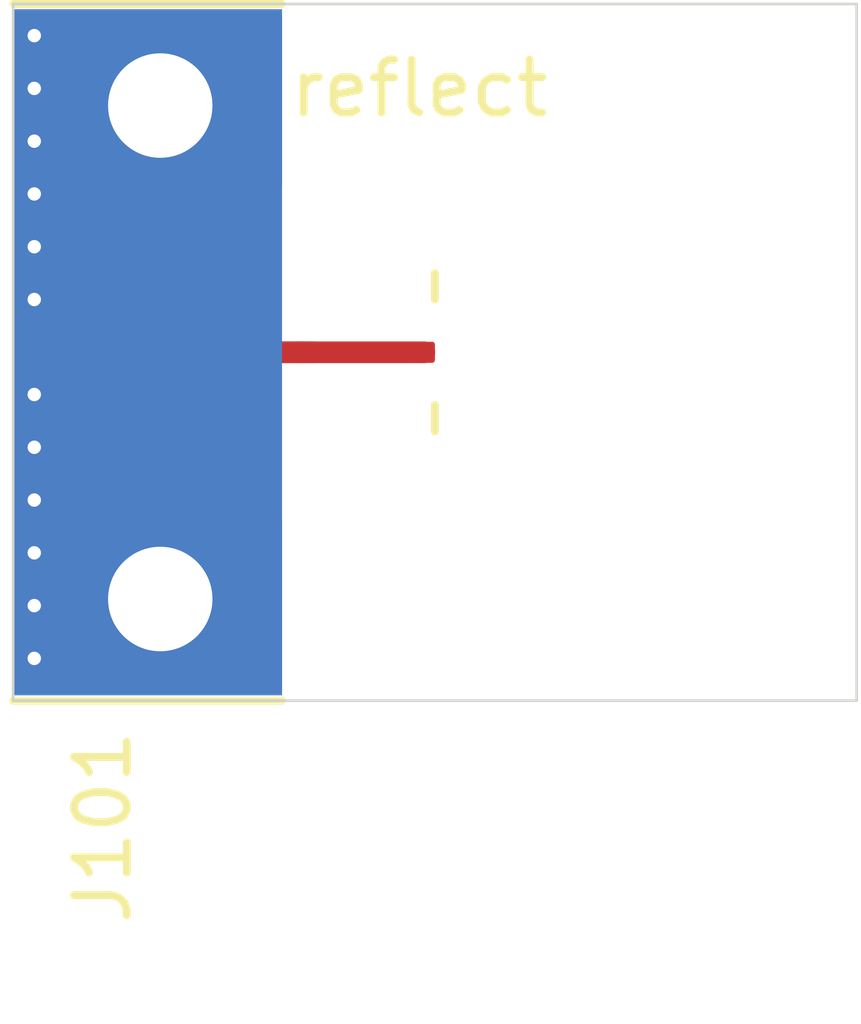
<source format=kicad_pcb>
(kicad_pcb (version 20171130) (host pcbnew "(5.1.4-74-gcf968cb6b)")

  (general
    (thickness 1.6)
    (drawings 5)
    (tracks 4)
    (zones 0)
    (modules 1)
    (nets 3)
  )

  (page A4)
  (layers
    (0 F.Cu signal)
    (1 In1.Cu signal)
    (2 In2.Cu signal)
    (31 B.Cu signal)
    (32 B.Adhes user)
    (33 F.Adhes user)
    (34 B.Paste user)
    (35 F.Paste user)
    (36 B.SilkS user)
    (37 F.SilkS user)
    (38 B.Mask user)
    (39 F.Mask user)
    (40 Dwgs.User user)
    (41 Cmts.User user)
    (42 Eco1.User user)
    (43 Eco2.User user)
    (44 Edge.Cuts user)
    (45 Margin user)
    (46 B.CrtYd user)
    (47 F.CrtYd user)
    (48 B.Fab user)
    (49 F.Fab user)
  )

  (setup
    (last_trace_width 0.41)
    (user_trace_width 0.41)
    (trace_clearance 0.2)
    (zone_clearance 0.1)
    (zone_45_only no)
    (trace_min 0.2)
    (via_size 0.8)
    (via_drill 0.4)
    (via_min_size 0.4)
    (via_min_drill 0.3)
    (uvia_size 0.3)
    (uvia_drill 0.1)
    (uvias_allowed no)
    (uvia_min_size 0.2)
    (uvia_min_drill 0.1)
    (edge_width 0.05)
    (segment_width 0.2)
    (pcb_text_width 0.3)
    (pcb_text_size 1.5 1.5)
    (mod_edge_width 0.12)
    (mod_text_size 1 1)
    (mod_text_width 0.15)
    (pad_size 1.524 1.524)
    (pad_drill 0.762)
    (pad_to_mask_clearance 0.02)
    (solder_mask_min_width 0.15)
    (aux_axis_origin 0 0)
    (visible_elements FFFFFF7F)
    (pcbplotparams
      (layerselection 0x010fc_ffffffff)
      (usegerberextensions false)
      (usegerberattributes false)
      (usegerberadvancedattributes false)
      (creategerberjobfile false)
      (excludeedgelayer true)
      (linewidth 0.100000)
      (plotframeref false)
      (viasonmask false)
      (mode 1)
      (useauxorigin false)
      (hpglpennumber 1)
      (hpglpenspeed 20)
      (hpglpendiameter 15.000000)
      (psnegative false)
      (psa4output false)
      (plotreference true)
      (plotvalue true)
      (plotinvisibletext false)
      (padsonsilk false)
      (subtractmaskfromsilk false)
      (outputformat 1)
      (mirror false)
      (drillshape 1)
      (scaleselection 1)
      (outputdirectory ""))
  )

  (net 0 "")
  (net 1 GND)
  (net 2 "Net-(J101-Pad1)")

  (net_class Default "This is the default net class."
    (clearance 0.2)
    (trace_width 0.25)
    (via_dia 0.8)
    (via_drill 0.4)
    (uvia_dia 0.3)
    (uvia_drill 0.1)
    (add_net GND)
    (add_net "Net-(J101-Pad1)")
  )

  (module vna_mm:sw_edge_oshpark_4layer (layer F.Cu) (tedit 5D8802F6) (tstamp 5D8815F2)
    (at 154.5 83 90)
    (path /5D880968)
    (fp_text reference J101 (at -9 1.7 90) (layer F.SilkS)
      (effects (font (size 1 1) (thickness 0.15)))
    )
    (fp_text value Conn_Coaxial (at -11.9 7.3) (layer F.Fab)
      (effects (font (size 1 1) (thickness 0.15)))
    )
    (fp_line (start 1 8) (end 1.5 8) (layer F.SilkS) (width 0.15))
    (fp_line (start -1 8) (end -1.5 8) (layer F.SilkS) (width 0.15))
    (fp_poly (pts (xy -6.6 0) (xy -0.5 0) (xy -0.5 5.1) (xy -6.6 5.1)) (layer F.Mask) (width 0.1))
    (fp_poly (pts (xy 0.5 0) (xy 6.6 0) (xy 6.6 5.1) (xy 0.5 5.1)) (layer F.Mask) (width 0.1))
    (fp_poly (pts (xy -0.6 1.9) (xy 0.6 1.9) (xy 0.6 5.1) (xy -0.6 5.1)) (layer F.Mask) (width 0.1))
    (fp_poly (pts (xy -0.5 0) (xy 0.5 0) (xy 0.5 1.3) (xy -0.5 1.3)) (layer F.Mask) (width 0.1))
    (fp_line (start 6.6 0) (end 6.6 5.1) (layer F.SilkS) (width 0.15))
    (fp_line (start -6.6 0) (end -6.6 5) (layer F.SilkS) (width 0.15))
    (fp_line (start -6.6 5) (end -6.6 5.1) (layer F.SilkS) (width 0.15))
    (pad 2 smd rect (at 0 2.55 270) (size 13 5.1) (layers B.Cu B.Mask)
      (net 1 GND))
    (pad 2 smd rect (at 4.775 2.85 270) (size 3.25 4.5) (layers F.Cu F.Mask)
      (net 1 GND))
    (pad 2 smd rect (at -4.775 2.85 270) (size 3.25 4.5) (layers F.Cu F.Mask)
      (net 1 GND))
    (pad 2 thru_hole circle (at -4.675 2.79 90) (size 3 3) (drill 1.98) (layers *.Cu *.Mask)
      (net 1 GND))
    (pad 2 thru_hole circle (at 4.675 2.79 90) (size 3 3) (drill 1.98) (layers *.Cu *.Mask)
      (net 1 GND))
    (pad 1 smd rect (at 0 3.04 90) (size 0.41 4.08) (layers F.Cu)
      (net 2 "Net-(J101-Pad1)"))
    (pad 1 smd trapezoid (at 0 0.55 90) (size 0.3 0.95) (rect_delta 0 0.11 ) (layers F.Cu F.Mask)
      (net 2 "Net-(J101-Pad1)"))
    (pad 2 smd rect (at 3.4 0.3 270) (size 6 0.6) (layers F.Cu F.Mask)
      (net 1 GND))
    (pad 2 smd trapezoid (at 3.4 0.7 90) (size 5.8 0.2) (rect_delta 0 -0.2 ) (layers F.Cu F.Mask)
      (net 1 GND))
    (pad 2 thru_hole circle (at 1 0.4 90) (size 0.5 0.5) (drill 0.254) (layers *.Cu *.Mask)
      (net 1 GND))
    (pad 2 thru_hole circle (at 2 0.4 90) (size 0.5 0.5) (drill 0.254) (layers *.Cu *.Mask)
      (net 1 GND))
    (pad 2 thru_hole circle (at 3 0.4 90) (size 0.5 0.5) (drill 0.254) (layers *.Cu *.Mask)
      (net 1 GND))
    (pad 2 thru_hole circle (at 4 0.4 90) (size 0.5 0.5) (drill 0.254) (layers *.Cu *.Mask)
      (net 1 GND))
    (pad 2 thru_hole circle (at 5 0.4 90) (size 0.5 0.5) (drill 0.254) (layers *.Cu *.Mask)
      (net 1 GND))
    (pad 2 thru_hole circle (at 6 0.4 90) (size 0.5 0.5) (drill 0.254) (layers *.Cu *.Mask)
      (net 1 GND))
    (pad 2 smd trapezoid (at -3.4 0.7 90) (size 5.8 0.2) (rect_delta 0 -0.2 ) (layers F.Cu F.Mask)
      (net 1 GND))
    (pad 2 smd rect (at -3.4 0.3 270) (size 6 0.6) (layers F.Cu F.Mask)
      (net 1 GND))
    (pad 2 thru_hole circle (at -2.8 0.4 90) (size 0.5 0.5) (drill 0.254) (layers *.Cu *.Mask)
      (net 1 GND))
    (pad 2 thru_hole circle (at -0.8 0.4 90) (size 0.5 0.5) (drill 0.254) (layers *.Cu *.Mask)
      (net 1 GND))
    (pad 2 thru_hole circle (at -1.8 0.4 90) (size 0.5 0.5) (drill 0.254) (layers *.Cu *.Mask)
      (net 1 GND))
    (pad 2 thru_hole circle (at -5.8 0.4 90) (size 0.5 0.5) (drill 0.254) (layers *.Cu *.Mask)
      (net 1 GND))
    (pad 2 thru_hole circle (at -3.8 0.4 90) (size 0.5 0.5) (drill 0.254) (layers *.Cu *.Mask)
      (net 1 GND))
    (pad 2 thru_hole circle (at -4.8 0.4 90) (size 0.5 0.5) (drill 0.254) (layers *.Cu *.Mask)
      (net 1 GND))
  )

  (gr_text reflect (at 162.2 78) (layer F.SilkS)
    (effects (font (size 1 1) (thickness 0.15)))
  )
  (gr_line (start 154.5 76.4) (end 170.5 76.4) (layer Edge.Cuts) (width 0.05) (tstamp 5D8820E0))
  (gr_line (start 170.5 89.6) (end 154.5 89.6) (layer Edge.Cuts) (width 0.05) (tstamp 5D8820DF))
  (gr_line (start 170.5 76.4) (end 170.5 89.6) (layer Edge.Cuts) (width 0.05) (tstamp 5D88180E))
  (gr_line (start 154.5 76.4) (end 154.5 89.6) (layer Edge.Cuts) (width 0.05))

  (segment (start 157.54 83) (end 160 83) (width 0.41) (layer F.Cu) (net 2) (status 10))
  (segment (start 160 83) (end 160.205 83) (width 0.41) (layer F.Cu) (net 2))
  (segment (start 157.54 83) (end 159.99 83) (width 0.41) (layer F.Cu) (net 2))
  (segment (start 159.89 83) (end 162.3 83) (width 0.41) (layer F.Cu) (net 2))

  (zone (net 1) (net_name GND) (layer In1.Cu) (tstamp 0) (hatch edge 0.508)
    (connect_pads yes (clearance 0.2))
    (min_thickness 0.2)
    (fill yes (arc_segments 32) (thermal_gap 0.508) (thermal_bridge_width 0.508))
    (polygon
      (pts
        (xy 154.5 76.4) (xy 154.5 89.6) (xy 170.6 89.6) (xy 170.6 76.4)
      )
    )
    (filled_polygon
      (pts
        (xy 170.175001 89.275) (xy 154.825 89.275) (xy 154.825 76.725) (xy 170.175 76.725)
      )
    )
  )
  (zone (net 0) (net_name "") (layer F.Mask) (tstamp 0) (hatch edge 0.508)
    (connect_pads yes (clearance 0.2))
    (min_thickness 0.2)
    (fill yes (arc_segments 32) (thermal_gap 0.508) (thermal_bridge_width 0.508))
    (polygon
      (pts
        (xy 159 79.5) (xy 159 86.5) (xy 164.7 86.5) (xy 164.7 79.5)
      )
    )
    (filled_polygon
      (pts
        (xy 164.6 86.4) (xy 159.1 86.4) (xy 159.1 79.6) (xy 164.6 79.6)
      )
    )
  )
  (zone (net 2) (net_name "Net-(J101-Pad1)") (layer F.Cu) (tstamp 0) (hatch edge 0.508)
    (connect_pads (clearance 0.1))
    (min_thickness 0.1)
    (fill yes (arc_segments 32) (thermal_gap 0.508) (thermal_bridge_width 0.508))
    (polygon
      (pts
        (xy 162.1 82.8) (xy 162.1 83.2) (xy 162.5 83.2) (xy 162.5 82.8)
      )
    )
    (filled_polygon
      (pts
        (xy 162.45 83.15) (xy 162.15 83.15) (xy 162.15 82.85) (xy 162.45 82.85)
      )
    )
  )
)

</source>
